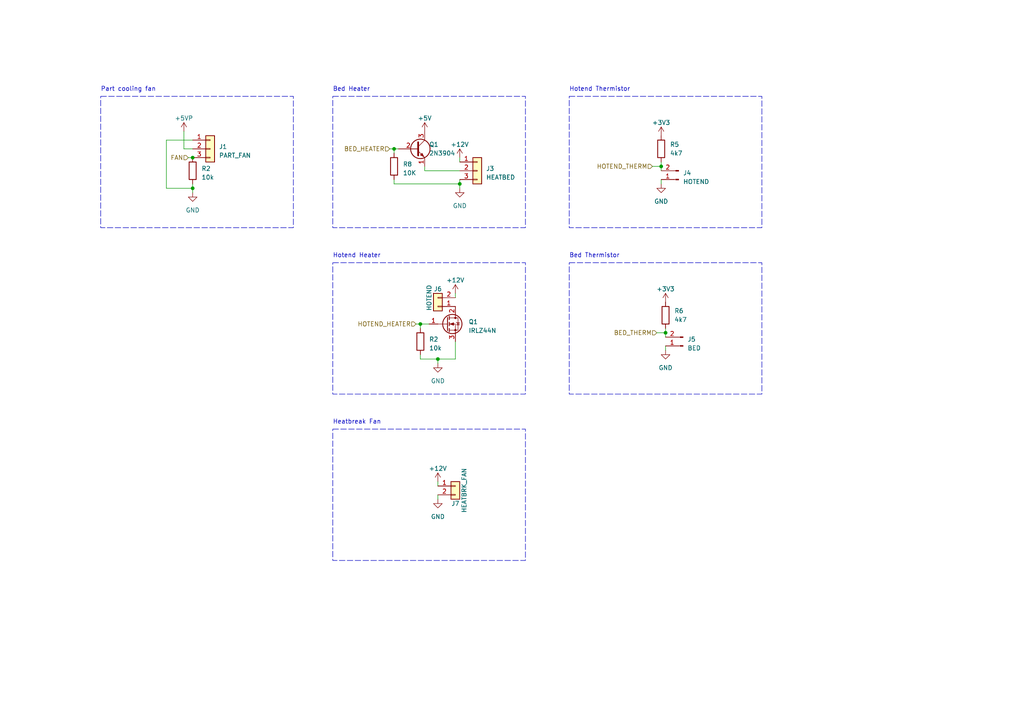
<source format=kicad_sch>
(kicad_sch (version 20230409) (generator eeschema)
  (paper "A4")
  (title_block (title "Thermal Controls") (rev "v0.1") (company "EIG - NUS High") (comment 1 "By Vincent Kwok"))
  (lib_symbols
    (symbol "Connector:Conn_01x02_Pin" (pin_names (offset 1.016) hide)
      (property "Reference" "J" (at 0 2.54 0))
      (property "Value" "Conn_01x02_Pin" (at 0 -5.08 0))
      (symbol "Conn_01x02_Pin_1_1"
        (polyline (pts (xy 1.27 -2.54) (xy 0.8636 -2.54)) (stroke (width 0.1524)))
        (polyline (pts (xy 1.27 0) (xy 0.8636 0)) (stroke (width 0.1524)))
        (rectangle (start 0.8636 -2.413) (end 0 -2.667) (stroke (width 0.1524)) (fill (type outline)))
        (rectangle (start 0.8636 0.127) (end 0 -0.127) (stroke (width 0.1524)) (fill (type outline)))
        (pin passive line (at 5.08 0 180) (length 3.81) (name "Pin_1") (number "1"))
        (pin passive line (at 5.08 -2.54 180) (length 3.81) (name "Pin_2") (number "2"))
      )
    )
    (symbol "Connector_Generic:Conn_01x02" (pin_names (offset 1.016) hide)
      (property "Reference" "J" (at 0 2.54 0))
      (property "Value" "Conn_01x02" (at 0 -5.08 0))
      (symbol "Conn_01x02_1_1"
        (rectangle (start -1.27 -2.413) (end 0 -2.667) (stroke (width 0.1524)))
        (rectangle (start -1.27 0.127) (end 0 -0.127) (stroke (width 0.1524)))
        (rectangle (start -1.27 1.27) (end 1.27 -3.81) (stroke (width 0.254)) (fill (type background)))
        (pin passive line (at -5.08 0 0) (length 3.81) (name "Pin_1") (number "1"))
        (pin passive line (at -5.08 -2.54 0) (length 3.81) (name "Pin_2") (number "2"))
      )
    )
    (symbol "Connector_Generic:Conn_01x03" (pin_names (offset 1.016) hide)
      (property "Reference" "J" (at 0 5.08 0))
      (property "Value" "Conn_01x03" (at 0 -5.08 0))
      (symbol "Conn_01x03_1_1"
        (rectangle (start -1.27 -2.413) (end 0 -2.667) (stroke (width 0.1524)))
        (rectangle (start -1.27 0.127) (end 0 -0.127) (stroke (width 0.1524)))
        (rectangle (start -1.27 2.667) (end 0 2.413) (stroke (width 0.1524)))
        (rectangle (start -1.27 3.81) (end 1.27 -3.81) (stroke (width 0.254)) (fill (type background)))
        (pin passive line (at -5.08 2.54 0) (length 3.81) (name "Pin_1") (number "1"))
        (pin passive line (at -5.08 0 0) (length 3.81) (name "Pin_2") (number "2"))
        (pin passive line (at -5.08 -2.54 0) (length 3.81) (name "Pin_3") (number "3"))
      )
    )
    (symbol "Device:R" (pin_numbers hide) (pin_names (offset 0))
      (property "Reference" "R" (at 2.032 0 90))
      (property "Value" "R" (at 0 0 90))
      (symbol "R_0_1"
        (rectangle (start -1.016 -2.54) (end 1.016 2.54) (stroke (width 0.254)))
      )
      (symbol "R_1_1"
        (pin passive line (at 0 3.81 270) (length 1.27) (name "~") (number "1"))
        (pin passive line (at 0 -3.81 90) (length 1.27) (name "~") (number "2"))
      )
    )
    (symbol "Transistor_BJT:2N3904" (pin_names (offset 0) hide)
      (property "Reference" "Q" (at 5.08 1.905 0))
      (property "Value" "2N3904" (at 5.08 0 0))
      (symbol "2N3904_0_1"
        (polyline (pts (xy 0.635 0.635) (xy 2.54 2.54)))
        (polyline (pts (xy 0.635 -0.635) (xy 2.54 -2.54) (xy 2.54 -2.54)))
        (polyline (pts (xy 0.635 1.905) (xy 0.635 -1.905) (xy 0.635 -1.905)) (stroke (width 0.508)))
        (polyline (pts (xy 1.27 -1.778) (xy 1.778 -1.27) (xy 2.286 -2.286) (xy 1.27 -1.778) (xy 1.27 -1.778)) (fill (type outline)))
        (circle (center 1.27 0) (radius 2.8194) (stroke (width 0.254)))
      )
      (symbol "2N3904_1_1"
        (pin passive line (at 2.54 -5.08 90) (length 2.54) (name "E") (number "1"))
        (pin passive line (at -5.08 0 0) (length 5.715) (name "B") (number "2"))
        (pin passive line (at 2.54 5.08 270) (length 2.54) (name "C") (number "3"))
      )
    )
    (symbol "Transistor_FET:IRLZ44N" (pin_names hide)
      (property "Reference" "Q" (at 6.35 1.905 0))
      (property "Value" "IRLZ44N" (at 6.35 0 0))
      (symbol "IRLZ44N_0_1"
        (polyline (pts (xy 0.254 0) (xy -2.54 0)))
        (polyline (pts (xy 0.254 1.905) (xy 0.254 -1.905)) (stroke (width 0.254)))
        (polyline (pts (xy 0.762 -1.27) (xy 0.762 -2.286)) (stroke (width 0.254)))
        (polyline (pts (xy 0.762 0.508) (xy 0.762 -0.508)) (stroke (width 0.254)))
        (polyline (pts (xy 0.762 2.286) (xy 0.762 1.27)) (stroke (width 0.254)))
        (polyline (pts (xy 2.54 2.54) (xy 2.54 1.778)))
        (polyline (pts (xy 2.54 -2.54) (xy 2.54 0) (xy 0.762 0)))
        (polyline (pts (xy 0.762 -1.778) (xy 3.302 -1.778) (xy 3.302 1.778) (xy 0.762 1.778)))
        (polyline (pts (xy 1.016 0) (xy 2.032 0.381) (xy 2.032 -0.381) (xy 1.016 0)) (fill (type outline)))
        (polyline (pts (xy 2.794 0.508) (xy 2.921 0.381) (xy 3.683 0.381) (xy 3.81 0.254)))
        (polyline (pts (xy 3.302 0.381) (xy 2.921 -0.254) (xy 3.683 -0.254) (xy 3.302 0.381)))
        (circle (center 1.651 0) (radius 2.794) (stroke (width 0.254)))
        (circle (center 2.54 -1.778) (radius 0.254) (fill (type outline)))
        (circle (center 2.54 1.778) (radius 0.254) (fill (type outline)))
      )
      (symbol "IRLZ44N_1_1"
        (pin input line (at -5.08 0 0) (length 2.54) (name "G") (number "1"))
        (pin passive line (at 2.54 5.08 270) (length 2.54) (name "D") (number "2"))
        (pin passive line (at 2.54 -5.08 90) (length 2.54) (name "S") (number "3"))
      )
    )
    (symbol "power:+12V" (power) (pin_names (offset 0))
      (property "Value" "+12V" (at 0 3.556 0))
      (symbol "+12V_0_1"
        (polyline (pts (xy -0.762 1.27) (xy 0 2.54)))
        (polyline (pts (xy 0 0) (xy 0 2.54)))
        (polyline (pts (xy 0 2.54) (xy 0.762 1.27)))
      )
      (symbol "+12V_1_1"
        (pin power_in line (at 0 0 90) (length 0) hide (name "+12V") (number "1"))
      )
    )
    (symbol "power:+3V3" (power) (pin_names (offset 0))
      (property "Value" "+3V3" (at 0 3.556 0))
      (symbol "+3V3_0_1"
        (polyline (pts (xy -0.762 1.27) (xy 0 2.54)))
        (polyline (pts (xy 0 0) (xy 0 2.54)))
        (polyline (pts (xy 0 2.54) (xy 0.762 1.27)))
      )
      (symbol "+3V3_1_1"
        (pin power_in line (at 0 0 90) (length 0) hide (name "+3V3") (number "1"))
      )
    )
    (symbol "power:+5V" (power) (pin_names (offset 0))
      (property "Value" "+5V" (at 0 3.556 0))
      (symbol "+5V_0_1"
        (polyline (pts (xy -0.762 1.27) (xy 0 2.54)))
        (polyline (pts (xy 0 0) (xy 0 2.54)))
        (polyline (pts (xy 0 2.54) (xy 0.762 1.27)))
      )
      (symbol "+5V_1_1"
        (pin power_in line (at 0 0 90) (length 0) hide (name "+5V") (number "1"))
      )
    )
    (symbol "power:+5VP" (power) (pin_names (offset 0))
      (property "Value" "+5VP" (at 0 3.556 0))
      (symbol "+5VP_0_1"
        (polyline (pts (xy -0.762 1.27) (xy 0 2.54)))
        (polyline (pts (xy 0 0) (xy 0 2.54)))
        (polyline (pts (xy 0 2.54) (xy 0.762 1.27)))
      )
      (symbol "+5VP_1_1"
        (pin power_in line (at 0 0 90) (length 0) hide (name "+5VP") (number "1"))
      )
    )
    (symbol "power:GND" (power) (pin_names (offset 0))
      (property "Value" "GND" (at 0 -3.81 0))
      (symbol "GND_0_1"
        (polyline (pts (xy 0 0) (xy 0 -1.27) (xy 1.27 -1.27) (xy 0 -2.54) (xy -1.27 -1.27) (xy 0 -1.27)))
      )
      (symbol "GND_1_1"
        (pin power_in line (at 0 0 270) (length 0) hide (name "GND") (number "1"))
      )
    )
  )
  (junction (at 127 104.14))
  (junction (at 191.77 48.26))
  (junction (at 193.04 96.52))
  (junction (at 133.35 53.34))
  (junction (at 55.88 54.61))
  (junction (at 114.3 43.18))
  (junction (at 121.92 93.98))
  (junction (at 55.88 45.72))
  (wire (pts (xy 55.88 40.64) (xy 48.26 40.64)))
  (wire (pts (xy 54.61 45.72) (xy 55.88 45.72)))
  (wire (pts (xy 191.77 49.53) (xy 191.77 48.26)))
  (wire (pts (xy 193.04 101.6) (xy 193.04 100.33)))
  (wire (pts (xy 48.26 40.64) (xy 48.26 54.61)))
  (wire (pts (xy 121.92 93.98) (xy 124.46 93.98)))
  (wire (pts (xy 114.3 53.34) (xy 114.3 52.07)))
  (wire (pts (xy 127 139.7) (xy 127 140.97)))
  (wire (pts (xy 189.23 48.26) (xy 191.77 48.26)))
  (wire (pts (xy 190.5 96.52) (xy 193.04 96.52)))
  (wire (pts (xy 53.34 38.1) (xy 53.34 43.18)))
  (wire (pts (xy 121.92 93.98) (xy 121.92 95.25)))
  (wire (pts (xy 114.3 53.34) (xy 133.35 53.34)))
  (wire (pts (xy 123.19 48.26) (xy 123.19 49.53)))
  (wire (pts (xy 133.35 53.34) (xy 133.35 54.61)))
  (wire (pts (xy 55.88 54.61) (xy 55.88 55.88)))
  (wire (pts (xy 127 143.51) (xy 127 144.78)))
  (wire (pts (xy 132.08 99.06) (xy 132.08 104.14)))
  (wire (pts (xy 121.92 104.14) (xy 121.92 102.87)))
  (wire (pts (xy 193.04 95.25) (xy 193.04 96.52)))
  (wire (pts (xy 193.04 97.79) (xy 193.04 96.52)))
  (wire (pts (xy 132.08 85.09) (xy 132.08 86.36)))
  (wire (pts (xy 53.34 43.18) (xy 55.88 43.18)))
  (wire (pts (xy 123.19 49.53) (xy 133.35 49.53)))
  (wire (pts (xy 114.3 43.18) (xy 115.57 43.18)))
  (wire (pts (xy 120.65 93.98) (xy 121.92 93.98)))
  (wire (pts (xy 121.92 104.14) (xy 127 104.14)))
  (wire (pts (xy 114.3 43.18) (xy 114.3 44.45)))
  (wire (pts (xy 127 105.41) (xy 127 104.14)))
  (wire (pts (xy 48.26 54.61) (xy 55.88 54.61)))
  (wire (pts (xy 191.77 53.34) (xy 191.77 52.07)))
  (wire (pts (xy 55.88 53.34) (xy 55.88 54.61)))
  (wire (pts (xy 127 104.14) (xy 132.08 104.14)))
  (wire (pts (xy 113.03 43.18) (xy 114.3 43.18)))
  (wire (pts (xy 133.35 52.07) (xy 133.35 53.34)))
  (wire (pts (xy 133.35 45.72) (xy 133.35 46.99)))
  (wire (pts (xy 191.77 46.99) (xy 191.77 48.26)))
  (rectangle (start 165.1 76.2) (end 220.98 114.3) (stroke (width 0) (type dash)))
  (rectangle (start 29.21 27.94) (end 85.09 66.04) (stroke (width 0) (type dash)))
  (rectangle (start 96.52 76.2) (end 152.4 114.3) (stroke (width 0) (type dash)))
  (rectangle (start 165.1 27.94) (end 220.98 66.04) (stroke (width 0) (type dash)))
  (rectangle (start 96.52 27.94) (end 152.4 66.04) (stroke (width 0) (type dash)))
  (rectangle (start 96.52 124.46) (end 152.4 162.56) (stroke (width 0) (type dash)))
  (text "Heatbreak Fan" (at 96.52 123.19 0) (effects (font (size 1.27 1.27)) (justify left bottom)))
  (text "Part cooling fan" (at 29.21 26.67 0) (effects (font (size 1.27 1.27)) (justify left bottom)))
  (text "Bed Heater" (at 96.52 26.67 0) (effects (font (size 1.27 1.27)) (justify left bottom)))
  (text "Hotend Thermistor" (at 165.1 26.67 0) (effects (font (size 1.27 1.27)) (justify left bottom)))
  (text "Hotend Heater" (at 96.52 74.93 0) (effects (font (size 1.27 1.27)) (justify left bottom)))
  (text "Bed Thermistor" (at 165.1 74.93 0) (effects (font (size 1.27 1.27)) (justify left bottom)))
  (hierarchical_label "HOTEND_THERM" (shape input) (at 189.23 48.26 180))
  (hierarchical_label "BED_THERM" (shape input) (at 190.5 96.52 180))
  (hierarchical_label "FAN" (shape input) (at 54.61 45.72 180))
  (hierarchical_label "HOTEND_HEATER" (shape input) (at 120.65 93.98 180))
  (hierarchical_label "BED_HEATER" (shape input) (at 113.03 43.18 180))
  (symbol (lib_id "Transistor_FET:IRLZ44N") (at 129.54 93.98 0) (unit 1)
    (property "Reference" "Q1" (at 135.89 93.345 0) (effects (justify left)))
    (property "Value" "IRLZ44N" (at 135.89 95.885 0) (effects (justify left)))
    (property "Footprint" "Package_TO_SOT_THT:TO-220-3_Vertical" (effects hide))
    (property "Datasheet" "http://www.irf.com/product-info/datasheets/data/irlz44n.pdf" (effects hide))
    (instances (project "ChessBotController" (path "" (reference "Q1") (unit 1)) (path "" (reference "Q2") (unit 1))))
  )
  (symbol (lib_id "power:+5V") (at 123.19 38.1 0) (unit 1)
    (property "Reference" "#PWR056" (effects hide))
    (property "Value" "+5V" (at 123.19 34.29 0))
  )
  (symbol (lib_id "power:+3V3") (at 193.04 87.63 0) (unit 1)
    (property "Reference" "#PWR040" (effects hide))
    (property "Value" "+3V3" (at 193.04 83.82 0))
  )
  (symbol (lib_id "power:+12V") (at 133.35 45.72 0) (unit 1)
    (property "Reference" "#PWR052" (effects hide))
    (property "Value" "+12V" (at 133.35 41.91 0))
  )
  (symbol (lib_id "Device:R") (at 55.88 49.53 0) (unit 1)
    (property "Reference" "R2" (at 58.42 48.895 0) (effects (justify left)))
    (property "Value" "10k" (at 58.42 51.435 0) (effects (justify left)))
    (property "Footprint" "Resistor_THT:R_Axial_DIN0207_L6.3mm_D2.5mm_P7.62mm_Horizontal" (effects hide))
  )
  (symbol (lib_id "Connector:Conn_01x02_Pin") (at 196.85 52.07 180) (unit 1)
    (property "Reference" "J4" (at 198.12 50.165 0) (effects (justify right)))
    (property "Value" "HOTEND" (at 198.12 52.705 0) (effects (justify right)))
    (property "Footprint" "Connector_PinHeader_2.54mm:PinHeader_1x02_P2.54mm_Vertical" (effects hide))
  )
  (symbol (lib_id "power:GND") (at 191.77 53.34 0) (unit 1)
    (property "Reference" "#PWR012" (effects hide))
    (property "Value" "GND" (at 191.77 58.42 0))
    (instances (project "ChessBotController" (path "" (reference "#PWR012") (unit 1)) (path "" (reference "#PWR039") (unit 1))))
  )
  (symbol (lib_id "Transistor_BJT:2N3904") (at 120.65 43.18 0) (unit 1)
    (property "Reference" "Q1" (at 124.46 41.91 0) (effects (justify left)))
    (property "Value" "2N3904" (at 124.46 44.45 0) (effects (justify left)))
    (property "Footprint" "Package_TO_SOT_THT:TO-92_Inline" (effects hide))
    (property "Datasheet" "https://www.onsemi.com/pub/Collateral/2N3903-D.PDF" (effects hide))
  )
  (symbol (lib_id "Device:R") (at 114.3 48.26 0) (unit 1)
    (property "Reference" "R8" (at 116.84 47.625 0) (effects (justify left)))
    (property "Value" "10K" (at 116.84 50.165 0) (effects (justify left)))
    (property "Footprint" "Resistor_THT:R_Axial_DIN0207_L6.3mm_D2.5mm_P2.54mm_Vertical" (effects hide))
  )
  (symbol (lib_id "power:GND") (at 127 144.78 0) (unit 1)
    (property "Reference" "#PWR046" (effects hide))
    (property "Value" "GND" (at 127 149.86 0))
  )
  (symbol (lib_id "Connector_Generic:Conn_01x03") (at 60.96 43.18 0) (unit 1)
    (property "Reference" "J1" (at 63.5 42.545 0) (effects (justify left)))
    (property "Value" "PART_FAN" (at 63.5 45.085 0) (effects (justify left)))
    (property "Footprint" "Connector_Molex:Molex_SL_171971-0003_1x03_P2.54mm_Vertical" (effects hide))
  )
  (symbol (lib_id "Device:R") (at 191.77 43.18 0) (unit 1)
    (property "Reference" "R5" (at 194.31 41.91 0) (effects (justify left)))
    (property "Value" "4k7" (at 194.31 44.45 0) (effects (justify left)))
    (property "Footprint" "Resistor_THT:R_Axial_DIN0207_L6.3mm_D2.5mm_P7.62mm_Horizontal" (effects hide))
  )
  (symbol (lib_id "power:GND") (at 193.04 101.6 0) (unit 1)
    (property "Reference" "#PWR012" (effects hide))
    (property "Value" "GND" (at 193.04 106.68 0))
    (instances (project "ChessBotController" (path "" (reference "#PWR012") (unit 1)) (path "" (reference "#PWR041") (unit 1))))
  )
  (symbol (lib_id "Connector:Conn_01x02_Pin") (at 198.12 100.33 180) (unit 1)
    (property "Reference" "J5" (at 199.39 98.425 0) (effects (justify right)))
    (property "Value" "BED" (at 199.39 100.965 0) (effects (justify right)))
    (property "Footprint" "Connector_PinHeader_2.54mm:PinHeader_1x02_P2.54mm_Vertical" (effects hide))
  )
  (symbol (lib_id "Device:R") (at 193.04 91.44 0) (unit 1)
    (property "Reference" "R6" (at 195.58 90.17 0) (effects (justify left)))
    (property "Value" "4k7" (at 195.58 92.71 0) (effects (justify left)))
    (property "Footprint" "Resistor_THT:R_Axial_DIN0207_L6.3mm_D2.5mm_P7.62mm_Horizontal" (effects hide))
  )
  (symbol (lib_id "power:+12V") (at 132.08 85.09 0) (unit 1)
    (property "Reference" "#PWR042" (effects hide))
    (property "Value" "+12V" (at 132.08 81.28 0))
  )
  (symbol (lib_id "Connector_Generic:Conn_01x03") (at 138.43 49.53 0) (unit 1)
    (property "Reference" "J3" (at 140.97 48.895 0) (effects (justify left)))
    (property "Value" "HEATBED" (at 140.97 51.435 0) (effects (justify left)))
    (property "Footprint" "TerminalBlock_Phoenix:TerminalBlock_Phoenix_MPT-0,5-3-2.54_1x03_P2.54mm_Horizontal" (effects hide))
  )
  (symbol (lib_id "power:GND") (at 133.35 54.61 0) (unit 1)
    (property "Reference" "#PWR055" (effects hide))
    (property "Value" "GND" (at 133.35 59.69 0))
  )
  (symbol (lib_id "power:+5VP") (at 53.34 38.1 0) (unit 1)
    (property "Reference" "#PWR025" (effects hide))
    (property "Value" "+5VP" (at 53.34 34.29 0))
  )
  (symbol (lib_id "Connector_Generic:Conn_01x02") (at 127 88.9 180) (unit 1)
    (property "Reference" "J6" (at 127 83.82 0))
    (property "Value" "HOTEND" (at 124.46 86.36 90))
    (property "Footprint" "TerminalBlock_Phoenix:TerminalBlock_Phoenix_MPT-0,5-2-2.54_1x02_P2.54mm_Horizontal" (effects hide))
  )
  (symbol (lib_id "power:GND") (at 127 105.41 0) (unit 1)
    (property "Reference" "#PWR043" (effects hide))
    (property "Value" "GND" (at 127 110.49 0))
  )
  (symbol (lib_id "power:+12V") (at 127 139.7 0) (unit 1)
    (property "Reference" "#PWR045" (effects hide))
    (property "Value" "+12V" (at 127 135.89 0))
  )
  (symbol (lib_id "Connector_Generic:Conn_01x02") (at 132.08 140.97 0) (unit 1)
    (property "Reference" "J7" (at 132.08 146.05 0))
    (property "Value" "HEATBRK_FAN" (at 134.62 142.24 90))
    (property "Footprint" "Connector_PinHeader_2.54mm:PinHeader_1x02_P2.54mm_Vertical" (effects hide))
  )
  (symbol (lib_id "power:+3V3") (at 191.77 39.37 0) (unit 1)
    (property "Reference" "#PWR038" (effects hide))
    (property "Value" "+3V3" (at 191.77 35.56 0))
  )
  (symbol (lib_id "Device:R") (at 121.92 99.06 0) (unit 1)
    (property "Reference" "R2" (at 124.46 98.425 0) (effects (justify left)))
    (property "Value" "10k" (at 124.46 100.965 0) (effects (justify left)))
    (property "Footprint" "Resistor_THT:R_Axial_DIN0207_L6.3mm_D2.5mm_P7.62mm_Horizontal" (effects hide))
    (instances (project "ChessBotController" (path "" (reference "R2") (unit 1)) (path "" (reference "R7") (unit 1))))
  )
  (symbol (lib_id "power:GND") (at 55.88 55.88 0) (unit 1)
    (property "Reference" "#PWR012" (effects hide))
    (property "Value" "GND" (at 55.88 60.96 0))
  )
)
</source>
